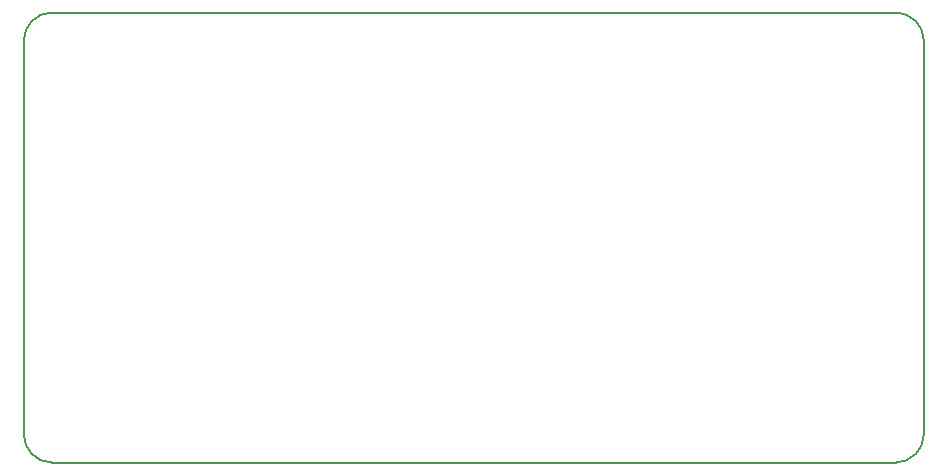
<source format=gm1>
G04 #@! TF.GenerationSoftware,KiCad,Pcbnew,(5.0.0)*
G04 #@! TF.CreationDate,2019-01-07T21:39:54-08:00*
G04 #@! TF.ProjectId,ai03-pcb-guide,616930332D7063622D67756964652E6B,rev?*
G04 #@! TF.SameCoordinates,Original*
G04 #@! TF.FileFunction,Profile,NP*
%FSLAX46Y46*%
G04 Gerber Fmt 4.6, Leading zero omitted, Abs format (unit mm)*
G04 Created by KiCad (PCBNEW (5.0.0)) date 01/07/19 21:39:54*
%MOMM*%
%LPD*%
G01*
G04 APERTURE LIST*
%ADD10C,0.200000*%
%ADD11C,0.150000*%
G04 APERTURE END LIST*
D10*
X105568750Y-61912500D02*
G75*
G02X107950000Y-64293750I0J-2381250D01*
G01*
D11*
X34131250Y-61912500D02*
X105568750Y-61912500D01*
X107950000Y-64293750D02*
X107950000Y-97631250D01*
D10*
X107950000Y-97631250D02*
G75*
G02X105568750Y-100012500I-2381250J0D01*
G01*
D11*
X105568750Y-100012500D02*
X34131250Y-100012500D01*
X31750000Y-97631250D02*
X31750000Y-64293750D01*
D10*
X34131250Y-100012500D02*
G75*
G02X31750000Y-97631250I0J2381250D01*
G01*
X31750000Y-64293750D02*
G75*
G02X34131250Y-61912500I2381250J0D01*
G01*
M02*

</source>
